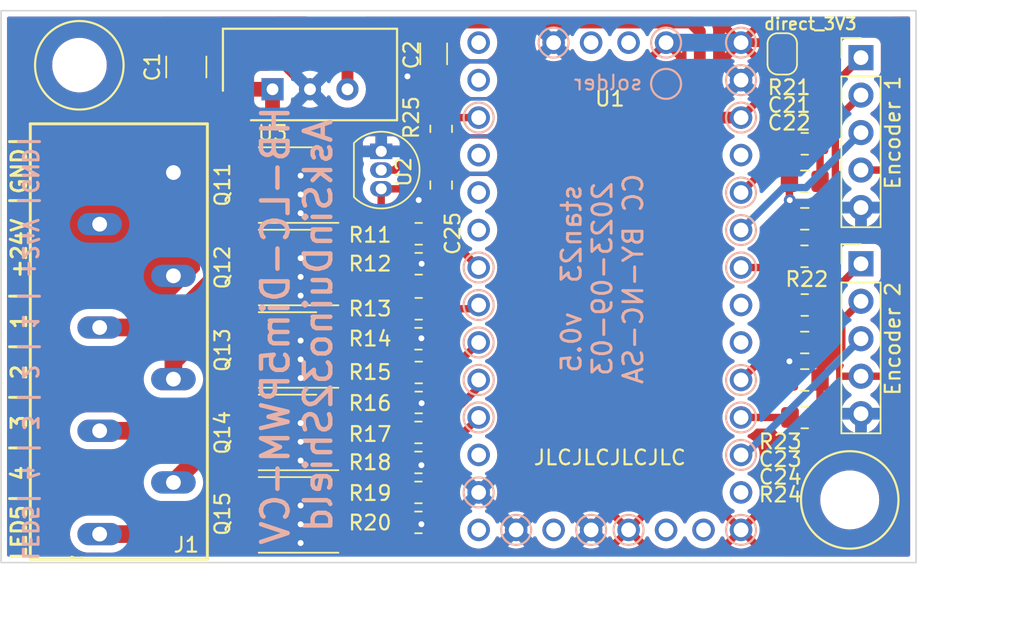
<source format=kicad_pcb>
(kicad_pcb (version 20221018) (generator pcbnew)
  (layers (0 "F.Cu" signal) (31 "B.Cu" signal) (34 "B.Paste" user) (35 "F.Paste" user) (36 "B.SilkS" user "B.Silkscreen") (37 "F.SilkS" user "F.Silkscreen") (38 "B.Mask" user) (39 "F.Mask" user) (44 "Edge.Cuts" user))
  (property "myDate" "2023-09-03")
  (property "myVersion" "0.5")
  (net 0 "")
  (net 6 "GND")
  (net 8 "/1WIRE")
  (net 9 "+3V3")
  (net 11 "Net-(J2-Pin_1)")
  (net 12 "Net-(J2-Pin_2)")
  (net 13 "/SW1")
  (net 14 "/LED1")
  (net 15 "Net-(Q11-G)")
  (net 16 "/LED2")
  (net 17 "Net-(Q12-G)")
  (net 18 "/LED3")
  (net 19 "Net-(Q13-G)")
  (net 20 "/LED4")
  (net 21 "Net-(Q14-G)")
  (net 22 "/PWM1")
  (net 23 "/PWM2")
  (net 24 "/PWM3")
  (net 25 "/PWM4")
  (net 26 "/CLK1")
  (net 27 "/DATA1")
  (net 28 "+24V")
  (net 29 "+5V")
  (net 30 "/SW2")
  (net 31 "/CLK2")
  (net 32 "/DATA2")
  (net 34 "Net-(J3-Pin_1)")
  (net 35 "Net-(J3-Pin_2)")
  (net 39 "/LED5")
  (net 42 "Net-(Q15-G)")
  (net 43 "/PWM5")
  (footprint "Capacitor_SMD:C_1210_3225Metric_Pad1.33x2.70mm_HandSolder" (layer "F.Cu") (at 107.95 59.817 90)
    (fp_text reference "C1" (at 0 -2.3 90) (layer "F.SilkS"))
    (fp_text value "10u 50V")
    (pad "1" smd roundrect (at -1.5625 0 90) (size 1.325 2.7) (layers "F.Cu" "F.Paste" "F.Mask") (roundrect_rratio 0.188679) (net 28 "+24V"))
    (pad "2" smd roundrect (at 1.5625 0 90) (size 1.325 2.7) (layers "F.Cu" "F.Paste" "F.Mask") (roundrect_rratio 0.188679) (net 6 "GND"))
  )
  (footprint "Capacitor_SMD:C_0805_2012Metric_Pad1.18x1.45mm_HandSolder" (layer "F.Cu") (at 149.86 78.486 180)
    (fp_text reference "C23" (at 1.66 -7.914) (layer "F.SilkS"))
    (fp_text value "100n")
    (pad "1" smd roundrect (at -1.0375 0 180) (size 1.175 1.45) (layers "F.Cu" "F.Paste" "F.Mask") (roundrect_rratio 0.2127659574) (net 34 "Net-(J3-Pin_1)"))
    (pad "2" smd roundrect (at 1.0375 0 180) (size 1.175 1.45) (layers "F.Cu" "F.Paste" "F.Mask") (roundrect_rratio 0.2127659574) (net 6 "GND"))
  )
  (footprint "Capacitor_SMD:C_0805_2012Metric_Pad1.18x1.45mm_HandSolder" (layer "F.Cu") (at 149.86 81.026 180)
    (fp_text reference "C24" (at 1.66 -6.574) (layer "F.SilkS"))
    (fp_text value "100n")
    (pad "1" smd roundrect (at -1.0375 0 180) (size 1.175 1.45) (layers "F.Cu" "F.Paste" "F.Mask") (roundrect_rratio 0.2127659574) (net 35 "Net-(J3-Pin_2)"))
    (pad "2" smd roundrect (at 1.0375 0 180) (size 1.175 1.45) (layers "F.Cu" "F.Paste" "F.Mask") (roundrect_rratio 0.2127659574) (net 6 "GND"))
  )
  (footprint "Package_TO_SOT_THT:TO-92_Inline" (layer "F.Cu") (at 121.158 65.532 -90)
    (fp_text reference "U2" (at 1.397 -1.524 -90) (layer "F.SilkS"))
    (fp_text value "DS18B20")
    (pad "1" thru_hole rect (at 0 0 270) (size 1.05 1.5) (drill 0.75) (layers "*.Cu" "*.Mask") (net 6 "GND"))
    (pad "2" thru_hole oval (at 1.27 0 270) (size 1.05 1.5) (drill 0.75) (layers "*.Cu" "*.Mask") (net 8 "/1WIRE"))
    (pad "3" thru_hole oval (at 2.54 0 270) (size 1.05 1.5) (drill 0.75) (layers "*.Cu" "*.Mask") (net 9 "+3V3"))
  )
  (footprint "MountingHole:MountingHole_3.5mm" (layer "F.Cu") (at 152.908 89.154)
    (fp_text reference "H2" hide)
    (fp_text value "MountingHole")
    (pad "" np_thru_hole circle (at 0 0) (size 3.5 3.5) (drill 3.5) (layers "*.Cu" "*.Mask"))
  )
  (footprint "Package_SO:SOIC-8_3.9x4.9mm_P1.27mm" (layer "F.Cu") (at 114.808 73.406 180)
    (fp_text reference "Q12" (at 4.408 0.006 90) (layer "F.SilkS"))
    (fp_text value "IRF8788PbF")
    (pad "1" smd roundrect (at -2.475 -1.905 180) (size 1.95 0.6) (layers "F.Cu" "F.Paste" "F.Mask") (net 6 "GND"))
    (pad "2" smd roundrect (at -2.475 -0.635 180) (size 1.95 0.6) (layers "F.Cu" "F.Paste" "F.Mask") (net 6 "GND"))
    (pad "3" smd roundrect (at -2.475 0.635 180) (size 1.95 0.6) (layers "F.Cu" "F.Paste" "F.Mask") (net 6 "GND"))
    (pad "4" smd roundrect (at -2.475 1.905 180) (size 1.95 0.6) (layers "F.Cu" "F.Paste" "F.Mask") (net 17 "Net-(Q12-G)"))
    (pad "5" smd roundrect (at 2.475 1.905 180) (size 1.95 0.6) (layers "F.Cu" "F.Paste" "F.Mask") (net 16 "/LED2"))
    (pad "6" smd roundrect (at 2.475 0.635 180) (size 1.95 0.6) (layers "F.Cu" "F.Paste" "F.Mask") (net 16 "/LED2"))
    (pad "7" smd roundrect (at 2.475 -0.635 180) (size 1.95 0.6) (layers "F.Cu" "F.Paste" "F.Mask") (net 16 "/LED2"))
    (pad "8" smd roundrect (at 2.475 -1.905 180) (size 1.95 0.6) (layers "F.Cu" "F.Paste" "F.Mask") (net 16 "/LED2"))
  )
  (footprint "Resistor_SMD:R_0805_2012Metric_Pad1.20x1.40mm_HandSolder" (layer "F.Cu") (at 149.86 83.566 180)
    (fp_text reference "R24" (at 1.66 -5.234) (layer "F.SilkS"))
    (fp_text value "10k")
    (pad "1" smd roundrect (at -1 0 180) (size 1.2 1.4) (layers "F.Cu" "F.Paste" "F.Mask") (roundrect_rratio 0.2083333333) (net 35 "Net-(J3-Pin_2)"))
    (pad "2" smd roundrect (at 1 0 180) (size 1.2 1.4) (layers "F.Cu" "F.Paste" "F.Mask") (roundrect_rratio 0.2083333333) (net 32 "/DATA2"))
  )
  (footprint "Capacitor_SMD:C_0805_2012Metric_Pad1.18x1.45mm_HandSolder" (layer "F.Cu") (at 149.86 67.564 180)
    (fp_text reference "C21" (at 1.06 5.164 180) (layer "F.SilkS"))
    (fp_text value "100n")
    (pad "1" smd roundrect (at -1.0375 0 180) (size 1.175 1.45) (layers "F.Cu" "F.Paste" "F.Mask") (roundrect_rratio 0.2127659574) (net 11 "Net-(J2-Pin_1)"))
    (pad "2" smd roundrect (at 1.0375 0 180) (size 1.175 1.45) (layers "F.Cu" "F.Paste" "F.Mask") (roundrect_rratio 0.2127659574) (net 6 "GND"))
  )
  (footprint "Capacitor_SMD:C_1206_3216Metric_Pad1.33x1.80mm_HandSolder" (layer "F.Cu") (at 124.714 58.928 -90)
    (fp_text reference "C2" (at 0.072 1.514 90) (layer "F.SilkS"))
    (fp_text value "22u 10V")
    (pad "1" smd roundrect (at -1.5625 0 270) (size 1.325 1.8) (layers "F.Cu" "F.Paste" "F.Mask") (roundrect_rratio 0.1886792453) (net 29 "+5V"))
    (pad "2" smd roundrect (at 1.5625 0 270) (size 1.325 1.8) (layers "F.Cu" "F.Paste" "F.Mask") (roundrect_rratio 0.1886792453) (net 6 "GND"))
  )
  (footprint "MountingHole:MountingHole_3.2mm_M3" (layer "F.Cu") (at 100.711 59.69)
    (fp_text reference "H1" hide)
    (fp_text value "MountingHole")
    (pad "" np_thru_hole circle (at 0 0) (size 3.2 3.2) (drill 3.2) (layers "*.Cu" "*.Mask"))
  )
  (footprint "Resistor_SMD:R_0805_2012Metric_Pad1.20x1.40mm_HandSolder" (layer "F.Cu") (at 123.698 76.2 180)
    (fp_text reference "R13" (at 3.298 0) (layer "F.SilkS"))
    (fp_text value "100R")
    (pad "1" smd roundrect (at -1 0 180) (size 1.2 1.4) (layers "F.Cu" "F.Paste" "F.Mask") (roundrect_rratio 0.2083333333) (net 23 "/PWM2"))
    (pad "2" smd roundrect (at 1 0 180) (size 1.2 1.4) (layers "F.Cu" "F.Paste" "F.Mask") (roundrect_rratio 0.2083333333) (net 17 "Net-(Q12-G)"))
  )
  (footprint "Resistor_SMD:R_0805_2012Metric_Pad1.20x1.40mm_HandSolder" (layer "F.Cu") (at 123.682 84.582 180)
    (fp_text reference "R17" (at 3.282 -0.118) (layer "F.SilkS"))
    (fp_text value "100R")
    (pad "1" smd roundrect (at -1 0 180) (size 1.2 1.4) (layers "F.Cu" "F.Paste" "F.Mask") (roundrect_rratio 0.2083333333) (net 25 "/PWM4"))
    (pad "2" smd roundrect (at 1 0 180) (size 1.2 1.4) (layers "F.Cu" "F.Paste" "F.Mask") (roundrect_rratio 0.2083333333) (net 21 "Net-(Q14-G)"))
  )
  (footprint "Package_SO:SOIC-8_3.9x4.9mm_P1.27mm" (layer "F.Cu") (at 114.808 84.582 180)
    (fp_text reference "Q14" (at 4.408 -0.018 90) (layer "F.SilkS"))
    (fp_text value "IRF8788PbF")
    (pad "1" smd roundrect (at -2.475 -1.905 180) (size 1.95 0.6) (layers "F.Cu" "F.Paste" "F.Mask") (net 6 "GND"))
    (pad "2" smd roundrect (at -2.475 -0.635 180) (size 1.95 0.6) (layers "F.Cu" "F.Paste" "F.Mask") (net 6 "GND"))
    (pad "3" smd roundrect (at -2.475 0.635 180) (size 1.95 0.6) (layers "F.Cu" "F.Paste" "F.Mask") (net 6 "GND"))
    (pad "4" smd roundrect (at -2.475 1.905 180) (size 1.95 0.6) (layers "F.Cu" "F.Paste" "F.Mask") (net 21 "Net-(Q14-G)"))
    (pad "5" smd roundrect (at 2.475 1.905 180) (size 1.95 0.6) (layers "F.Cu" "F.Paste" "F.Mask") (net 20 "/LED4"))
    (pad "6" smd roundrect (at 2.475 0.635 180) (size 1.95 0.6) (layers "F.Cu" "F.Paste" "F.Mask") (net 20 "/LED4"))
    (pad "7" smd roundrect (at 2.475 -0.635 180) (size 1.95 0.6) (layers "F.Cu" "F.Paste" "F.Mask") (net 20 "/LED4"))
    (pad "8" smd roundrect (at 2.475 -1.905 180) (size 1.95 0.6) (layers "F.Cu" "F.Paste" "F.Mask") (net 20 "/LED4"))
  )
  (footprint "Jumper:SolderJumper-2_P1.3mm_Open_RoundedPad1.0x1.5mm" (layer "F.Cu") (at 148.336 58.928 90)
    (fp_text reference "JP1" hide)
    (fp_text value "direct_3V3" (at 2.032 1.905 180) (layer "F.SilkS") (effects (font (size 0.8 0.8) (thickness 0.15) bold)))
    (pad "1" smd custom (at -0.65 0 90) (size 1 0.5) (layers "F.Cu" "F.Mask") (net 29 "+5V") (options (clearance outline) (anchor rect)) (primitives (gr_circle (center 0 0.25) (end 0.5 0.25) (width 0) (fill yes)) (gr_circle (center 0 -0.25) (end 0.5 -0.25) (width 0) (fill yes)) (gr_poly (pts (xy 0.5 0.75) (xy 0 0.75) (xy 0 -0.75) (xy 0.5 -0.75)) (width 0) (fill yes))))
    (pad "2" smd custom (at 0.65 0 90) (size 1 0.5) (layers "F.Cu" "F.Mask") (net 9 "+3V3") (options (clearance outline) (anchor rect)) (primitives (gr_circle (center 0 0.25) (end 0.5 0.25) (width 0) (fill yes)) (gr_circle (center 0 -0.25) (end 0.5 -0.25) (width 0) (fill yes)) (gr_poly (pts (xy 0 0.75) (xy -0.5 0.75) (xy -0.5 -0.75) (xy 0 -0.75)) (width 0) (fill yes))))
  )
  (footprint "Resistor_SMD:R_0805_2012Metric_Pad1.20x1.40mm_HandSolder" (layer "F.Cu") (at 123.682 90.678 180)
    (fp_text reference "R20" (at 3.282 -0.022) (layer "F.SilkS"))
    (fp_text value "100k")
    (pad "1" smd roundrect (at -1 0 180) (size 1.2 1.4) (layers "F.Cu" "F.Paste" "F.Mask") (roundrect_rratio 0.208333) (net 6 "GND"))
    (pad "2" smd roundrect (at 1 0 180) (size 1.2 1.4) (layers "F.Cu" "F.Paste" "F.Mask") (roundrect_rratio 0.208333) (net 42 "Net-(Q15-G)"))
  )
  (footprint "Connector_PinHeader_2.54mm:PinHeader_1x05_P2.54mm_Vertical" (layer "F.Cu") (at 153.67 59.182)
    (fp_text reference "J2" hide)
    (fp_text value "Encoder 1" (at 2.159 5.08 90) (layer "F.SilkS"))
    (pad "1" thru_hole rect (at 0 0) (size 1.7 1.7) (drill 1) (layers "*.Cu" "*.Mask") (net 11 "Net-(J2-Pin_1)"))
    (pad "2" thru_hole oval (at 0 2.54) (size 1.7 1.7) (drill 1) (layers "*.Cu" "*.Mask") (net 12 "Net-(J2-Pin_2)"))
    (pad "3" thru_hole oval (at 0 5.08) (size 1.7 1.7) (drill 1) (layers "*.Cu" "*.Mask") (net 13 "/SW1"))
    (pad "4" thru_hole oval (at 0 7.62) (size 1.7 1.7) (drill 1) (layers "*.Cu" "*.Mask") (net 9 "+3V3"))
    (pad "5" thru_hole oval (at 0 10.16) (size 1.7 1.7) (drill 1) (layers "*.Cu" "*.Mask") (net 6 "GND"))
  )
  (footprint "Resistor_SMD:R_0805_2012Metric_Pad1.20x1.40mm_HandSolder" (layer "F.Cu") (at 149.86 75.946 180)
    (fp_text reference "R23" (at 1.66 -9.254) (layer "F.SilkS"))
    (fp_text value "10k")
    (pad "1" smd roundrect (at -1 0 180) (size 1.2 1.4) (layers "F.Cu" "F.Paste" "F.Mask") (roundrect_rratio 0.2083333333) (net 34 "Net-(J3-Pin_1)"))
    (pad "2" smd roundrect (at 1 0 180) (size 1.2 1.4) (layers "F.Cu" "F.Paste" "F.Mask") (roundrect_rratio 0.2083333333) (net 31 "/CLK2"))
  )
  (footprint "Package_SO:SOIC-8_3.9x4.9mm_P1.27mm" (layer "F.Cu") (at 114.808 67.818 180)
    (fp_text reference "Q11" (at 4.408 0.018 90) (layer "F.SilkS"))
    (fp_text value "IRF8788PbF")
    (pad "1" smd roundrect (at -2.475 -1.905 180) (size 1.95 0.6) (layers "F.Cu" "F.Paste" "F.Mask") (net 6 "GND"))
    (pad "2" smd roundrect (at -2.475 -0.635 180) (size 1.95 0.6) (layers "F.Cu" "F.Paste" "F.Mask") (net 6 "GND"))
    (pad "3" smd roundrect (at -2.475 0.635 180) (size 1.95 0.6) (layers "F.Cu" "F.Paste" "F.Mask") (net 6 "GND"))
    (pad "4" smd roundrect (at -2.475 1.905 180) (size 1.95 0.6) (layers "F.Cu" "F.Paste" "F.Mask") (net 15 "Net-(Q11-G)"))
    (pad "5" smd roundrect (at 2.475 1.905 180) (size 1.95 0.6) (layers "F.Cu" "F.Paste" "F.Mask") (net 14 "/LED1"))
    (pad "6" smd roundrect (at 2.475 0.635 180) (size 1.95 0.6) (layers "F.Cu" "F.Paste" "F.Mask") (net 14 "/LED1"))
    (pad "7" smd roundrect (at 2.475 -0.635 180) (size 1.95 0.6) (layers "F.Cu" "F.Paste" "F.Mask") (net 14 "/LED1"))
    (pad "8" smd roundrect (at 2.475 -1.905 180) (size 1.95 0.6) (layers "F.Cu" "F.Paste" "F.Mask") (net 14 "/LED1"))
  )
  (footprint "Resistor_SMD:R_0805_2012Metric_Pad1.20x1.40mm_HandSolder" (layer "F.Cu") (at 149.86 65.024 180)
    (fp_text reference "R21" (at 1.06 3.824 180) (layer "F.SilkS"))
    (fp_text value "10k")
    (pad "1" smd roundrect (at -1 0 180) (size 1.2 1.4) (layers "F.Cu" "F.Paste" "F.Mask") (roundrect_rratio 0.2083333333) (net 11 "Net-(J2-Pin_1)"))
    (pad "2" smd roundrect (at 1 0 180) (size 1.2 1.4) (layers "F.Cu" "F.Paste" "F.Mask") (roundrect_rratio 0.2083333333) (net 26 "/CLK1"))
  )
  (footprint "Capacitor_SMD:C_0805_2012Metric_Pad1.18x1.45mm_HandSolder" (layer "F.Cu") (at 149.86 70.104 180)
    (fp_text reference "C22" (at 1.06 6.504 180) (layer "F.SilkS"))
    (fp_text value "100n")
    (pad "1" smd roundrect (at -1.0375 0 180) (size 1.175 1.45) (layers "F.Cu" "F.Paste" "F.Mask") (roundrect_rratio 0.2127659574) (net 12 "Net-(J2-Pin_2)"))
    (pad "2" smd roundrect (at 1.0375 0 180) (size 1.175 1.45) (layers "F.Cu" "F.Paste" "F.Mask") (roundrect_rratio 0.2127659574) (net 6 "GND"))
  )
  (footprint "Resistor_SMD:R_0805_2012Metric_Pad1.20x1.40mm_HandSolder" (layer "F.Cu") (at 123.698 73.152 180)
    (fp_text reference "R12" (at 3.298 0) (layer "F.SilkS"))
    (fp_text value "100k")
    (pad "1" smd roundrect (at -1 0 180) (size 1.2 1.4) (layers "F.Cu" "F.Paste" "F.Mask") (roundrect_rratio 0.2083333333) (net 6 "GND"))
    (pad "2" smd roundrect (at 1 0 180) (size 1.2 1.4) (layers "F.Cu" "F.Paste" "F.Mask") (roundrect_rratio 0.2083333333) (net 15 "Net-(Q11-G)"))
  )
  (footprint "Resistor_SMD:R_0805_2012Metric_Pad1.20x1.40mm_HandSolder" (layer "F.Cu") (at 123.698 80.518 180)
    (fp_text reference "R15" (at 3.298 0.018) (layer "F.SilkS"))
    (fp_text value "100R")
    (pad "1" smd roundrect (at -1 0 180) (size 1.2 1.4) (layers "F.Cu" "F.Paste" "F.Mask") (roundrect_rratio 0.2083333333) (net 24 "/PWM3"))
    (pad "2" smd roundrect (at 1 0 180) (size 1.2 1.4) (layers "F.Cu" "F.Paste" "F.Mask") (roundrect_rratio 0.2083333333) (net 19 "Net-(Q13-G)"))
  )
  (footprint "myPowerModules:SIP3_11.6x6.0mm" (layer "F.Cu") (at 113.792 61.325)
    (fp_text reference "U3" (at 0.008 2.975) (layer "F.SilkS"))
    (fp_text value "LC78_05-0.5")
    (pad "1" thru_hole rect (at 0 0) (size 1.5 1.5) (drill 0.8) (layers "*.Cu" "*.Mask") (net 28 "+24V"))
    (pad "2" thru_hole circle (at 2.54 0 180) (size 1.5 1.5) (drill 0.8) (layers "*.Cu" "*.Mask") (net 6 "GND"))
    (pad "3" thru_hole circle (at 5.08 0 270) (size 1.5 1.5) (drill 0.8) (layers "*.Cu" "*.Mask") (net 29 "+5V"))
  )
  (footprint "Resistor_SMD:R_0805_2012Metric_Pad1.20x1.40mm_HandSolder" (layer "F.Cu") (at 123.682 86.614 180)
    (fp_text reference "R18" (at 3.282 0) (layer "F.SilkS"))
    (fp_text value "100k")
    (pad "1" smd roundrect (at -1 0 180) (size 1.2 1.4) (layers "F.Cu" "F.Paste" "F.Mask") (roundrect_rratio 0.2083333333) (net 6 "GND"))
    (pad "2" smd roundrect (at 1 0 180) (size 1.2 1.4) (layers "F.Cu" "F.Paste" "F.Mask") (roundrect_rratio 0.2083333333) (net 21 "Net-(Q14-G)"))
  )
  (footprint "Resistor_SMD:R_0805_2012Metric_Pad1.20x1.40mm_HandSolder" (layer "F.Cu") (at 123.698 71.12 180)
    (fp_text reference "R11" (at 3.298 -0.08) (layer "F.SilkS"))
    (fp_text value "100R")
    (pad "1" smd roundrect (at -1 0 180) (size 1.2 1.4) (layers "F.Cu" "F.Paste" "F.Mask") (roundrect_rratio 0.2083333333) (net 22 "/PWM1"))
    (pad "2" smd roundrect (at 1 0 180) (size 1.2 1.4) (layers "F.Cu" "F.Paste" "F.Mask") (roundrect_rratio 0.2083333333) (net 15 "Net-(Q11-G)"))
  )
  (footprint "Wago-P-250:P-250-208" (layer "F.Cu") (at 103.378 78.42 180)
    (fp_text reference "J1" (at -4.572 -13.782) (layer "F.SilkS"))
    (fp_text value "power+LED")
    (pad "1" thru_hole oval (at 1.3 -13.05 180) (size 3.016 1.508) (drill 1) (layers "*.Cu" "*.Mask") (net 39 "/LED5"))
    (pad "2" thru_hole oval (at -3.7 -9.55 180) (size 3.016 1.508) (drill 1) (layers "*.Cu" "*.Mask") (net 20 "/LED4"))
    (pad "3" thru_hole oval (at 1.3 -6.05 180) (size 3.016 1.508) (drill 1) (layers "*.Cu" "*.Mask") (net 18 "/LED3"))
    (pad "4" thru_hole oval (at -3.7 -2.55 180) (size 3.016 1.508) (drill 1) (layers "*.Cu" "*.Mask") (net 16 "/LED2"))
    (pad "5" thru_hole oval (at 1.3 0.95 180) (size 3.016 1.508) (drill 1) (layers "*.Cu" "*.Mask") (net 14 "/LED1"))
    (pad "6" thru_hole oval (at -3.7 4.45 180) (size 3.016 1.508) (drill 1) (layers "*.Cu" "*.Mask") (net 28 "+24V"))
    (pad "7" thru_hole oval (at 1.3 7.95 180) (size 3.016 1.508) (drill 1) (layers "*.Cu" "*.Mask") (net 28 "+24V"))
    (pad "8" thru_hole oval (at -3.7 11.45 180) (size 3.016 1.508) (drill 1) (layers "*.Cu" "*.Mask") (net 6 "GND"))
  )
  (footprint "Resistor_SMD:R_0805_2012Metric_Pad1.20x1.40mm_HandSolder" (layer "F.Cu") (at 123.682 88.646 180)
    (fp_text reference "R19" (at 3.282 -0.054) (layer "F.SilkS"))
    (fp_text value "100R")
    (pad "1" smd roundrect (at -1 0 180) (size 1.2 1.4) (layers "F.Cu" "F.Paste" "F.Mask") (roundrect_rratio 0.208333) (net 43 "/PWM5"))
    (pad "2" smd roundrect (at 1 0 180) (size 1.2 1.4) (layers "F.Cu" "F.Paste" "F.Mask") (roundrect_rratio 0.208333) (net 42 "Net-(Q15-G)"))
  )
  (footprint "Package_SO:SOIC-8_3.9x4.9mm_P1.27mm" (layer "F.Cu") (at 114.808 78.994 180)
    (fp_text reference "Q13" (at 4.408 -0.006 90) (layer "F.SilkS"))
    (fp_text value "IRF8788PbF")
    (pad "1" smd roundrect (at -2.475 -1.905 180) (size 1.95 0.6) (layers "F.Cu" "F.Paste" "F.Mask") (net 6 "GND"))
    (pad "2" smd roundrect (at -2.475 -0.635 180) (size 1.95 0.6) (layers "F.Cu" "F.Paste" "F.Mask") (net 6 "GND"))
    (pad "3" smd roundrect (at -2.475 0.635 180) (size 1.95 0.6) (layers "F.Cu" "F.Paste" "F.Mask") (net 6 "GND"))
    (pad "4" smd roundrect (at -2.475 1.905 180) (size 1.95 0.6) (layers "F.Cu" "F.Paste" "F.Mask") (net 19 "Net-(Q13-G)"))
    (pad "5" smd roundrect (at 2.475 1.905 180) (size 1.95 0.6) (layers "F.Cu" "F.Paste" "F.Mask") (net 18 "/LED3"))
    (pad "6" smd roundrect (at 2.475 0.635 180) (size 1.95 0.6) (layers "F.Cu" "F.Paste" "F.Mask") (net 18 "/LED3"))
    (pad "7" smd roundrect (at 2.475 -0.635 180) (size 1.95 0.6) (layers "F.Cu" "F.Paste" "F.Mask") (net 18 "/LED3"))
    (pad "8" smd roundrect (at 2.475 -1.905 180) (size 1.95 0.6) (layers "F.Cu" "F.Paste" "F.Mask") (net 18 "/LED3"))
  )
  (footprint "myRadioModules:AskSinDuino32" (layer "F.Cu") (at 136.652 74.676)
    (fp_text reference "U1" (at 0 -12.7 unlocked) (layer "F.SilkS"))
    (fp_text value "AskSinDuino32")
    (pad "3V3" thru_hole circle (at 1.27 16.51) (size 1.524 1.524) (drill 1) (layers "*.Cu" "*.Mask") (net 9 "+3V3"))
    (pad "3V3" thru_hole circle (at 3.81 -16.51) (size 1.524 1.524) (drill 1) (layers "*.Cu" "*.Mask") (net 9 "+3V3"))
    (pad "3V3" thru_hole circle (at 8.89 -16.51) (size 1.524 1.524) (drill 1) (layers "*.Cu" "*.Mask") (net 9 "+3V3"))
    (pad "3V3" thru_hole circle (at 8.89 16.51) (size 1.524 1.524) (drill 1) (layers "*.Cu" "*.Mask") (net 9 "+3V3"))
    (pad "E2" thru_hole circle (at 8.89 13.97) (size 1.524 1.524) (drill 1) (layers "*.Cu" "*.Mask"))
    (pad "E3" thru_hole circle (at 8.89 11.43) (size 1.524 1.524) (drill 1) (layers "*.Cu" "*.Mask") (net 30 "/SW2"))
    (pad "E4" thru_hole circle (at 8.89 8.89) (size 1.524 1.524) (drill 1) (layers "*.Cu" "*.Mask") (net 32 "/DATA2"))
    (pad "E5" thru_hole circle (at 8.89 6.35) (size 1.524 1.524) (drill 1) (layers "*.Cu" "*.Mask") (net 31 "/CLK2"))
    (pad "E6" thru_hole circle (at 8.89 3.81) (size 1.524 1.524) (drill 1) (layers "*.Cu" "*.Mask"))
    (pad "E7" thru_hole circle (at 8.89 1.27) (size 1.524 1.524) (drill 1) (layers "*.Cu" "*.Mask"))
    (pad "E8" thru_hole circle (at 8.89 -1.27) (size 1.524 1.524) (drill 1) (layers "*.Cu" "*.Mask") (net 27 "/DATA1"))
    (pad "E9" thru_hole circle (at 8.89 -3.81) (size 1.524 1.524) (drill 1) (layers "*.Cu" "*.Mask") (net 13 "/SW1"))
    (pad "E10" thru_hole circle (at 8.89 -6.35) (size 1.524 1.524) (drill 1) (layers "*.Cu" "*.Mask") (net 26 "/CLK1"))
    (pad "E11" thru_hole circle (at 8.89 -8.89) (size 1.524 1.524) (drill 1) (layers "*.Cu" "*.Mask"))
    (pad "E12" thru_hole circle (at 8.89 -11.43) (size 1.524 1.524) (drill 1) (layers "*.Cu" "*.Mask") (net 29 "+5V"))
    (pad "GND" thru_hole circle (at -6.35 16.51) (size 1.524 1.524) (drill 1) (layers "*.Cu" "*.Mask") (net 6 "GND"))
    (pad "GND" thru_hole circle (at -3.81 -16.51) (size 1.524 1.524) (drill 1) (layers "*.Cu" "*.Mask") (net 6 "GND"))
    (pad "GND" thru_hole circle (at -1.27 16.51) (size 1.524 1.524) (drill 1) (layers "*.Cu" "*.Mask") (net 6 "GND"))
    (pad "GND" thru_hole circle (at 8.89 -13.97) (size 1.524 1.524) (drill 1) (layers "*.Cu" "*.Mask") (net 6 "GND"))
    (pad "N2" thru_hole circle (at -1.27 -16.51) (size 1.524 1.524) (drill 1) (layers "*.Cu" "*.Mask"))
    (pad "N3" thru_hole circle (at 1.27 -16.51) (size 1.524 1.524) (drill 1) (layers "*.Cu" "*.Mask"))
    (pad "S2" thru_hole circle (at -3.81 16.51) (size 1.524 1.524) (drill 1) (layers "*.Cu" "*.Mask"))
    (pad "S5" thru_hole circle (at 3.81 16.51) (size 1.524 1.524) (drill 1) (layers "*.Cu" "*.Mask"))
    (pad "S6" thru_hole circle (at 6.35 16.51) (size 1.524 1.524) (drill 1) (layers "*.Cu" "*.Mask"))
    (pad "W1" thru_hole circle (at -8.89 16.51) (size 1.524 1.524) (drill 1) (layers "*.Cu" "*.Mask"))
    (pad "W2" thru_hole circle (at -8.89 13.97) (size 1.524 1.524) (drill 1) (layers "*.Cu" "*.Mask") (net 6 "GND"))
    (pad "W3" thru_hole circle (at -8.89 11.43) (size 1.524 1.524) (drill 1) (layers "*.Cu" "*.Mask"))
    (pad "W4" thru_hole circle (at -8.89 8.89) (size 1.524 1.524) (drill 1) (layers "*.Cu" "*.Mask") (net 43 "/PWM5"))
    (pad "W5" thru_hole circle (at -8.89 6.35) (size 1.524 1.524) (drill 1) (layers "*.Cu" "*.Mask") (net 25 "/PWM4"))
    (pad "W6" thru_hole circle (at -8.89 3.81) (size 1.524 1.524) (drill 1) (layers "*.Cu" "*.Mask") (net 24 "/PWM3"))
    (pad "W7" thru_hole circle (at -8.89 1.27) (size 1.524 1.524) (drill 1) (layers "*.Cu" "*.Mask") (net 23 "/PWM2"))
    (pad "W8" thru_hole circle (at -8.89 -1.27) (size 1.524 1.524) (drill 1) (layers "*.Cu" "*.Mask") (net 22 "/PWM1"))
    (pad "W9" thru_hole circle (at -8.89 -3.81) (size 1.524 1.524) (drill 1) (layers "*.Cu" "*.Mask"))
    (pad "W10" thru_hole circle (at -8.89 -6.35) (size 1.524 1.524) (drill 1) (layers "*.Cu" "*.Mask"))
    (pad "W11" thru_hole circle (at -8.89 -8.89) (size 1.524 1.524) (drill 1) (layers "*.Cu" "*.Mask"))
    (pad "W12" thru_hole circle (at -8.89 -11.43) (size 1.524 1.524) (drill 1) (layers "*.Cu" "*.Mask") (net 8 "/1WIRE"))
    (pad "W13" thru_hole circle (at -8.89 -13.97) (size 1.524 1.524) (drill 1) (layers "*.Cu" "*.Mask"))
    (pad "W14" thru_hole circle (at -8.89 -16.51) (size 1.524 1.524) (drill 1) (layers "*.Cu" "*.Mask"))
  )
  (footprint "Capacitor_SMD:C_0805_2012Metric_Pad1.18x1.45mm_HandSolder" (layer "F.Cu") (at 125.222 67.818 -90)
    (fp_text reference "C25" (at 3.282 -0.778 90) (layer "F.SilkS"))
    (fp_text value "100n")
    (pad "1" smd roundrect (at -1.0375 0 270) (size 1.175 1.45) (layers "F.Cu" "F.Paste" "F.Mask") (roundrect_rratio 0.2127659574) (net 9 "+3V3"))
    (pad "2" smd roundrect (at 1.0375 0 270) (size 1.175 1.45) (layers "F.Cu" "F.Paste" "F.Mask") (roundrect_rratio 0.2127659574) (net 6 "GND"))
  )
  (footprint "Package_SO:SOIC-8_3.9x4.9mm_P1.27mm" (layer "F.Cu") (at 114.808 90.17 180)
    (fp_text reference "Q15" (at 4.408 0.07 270) (layer "F.SilkS"))
    (fp_text value "IRF8788PbF")
    (pad "1" smd roundrect (at -2.475 -1.905 180) (size 1.95 0.6) (layers "F.Cu" "F.Paste" "F.Mask") (net 6 "GND"))
    (pad "2" smd roundrect (at -2.475 -0.635 180) (size 1.95 0.6) (layers "F.Cu" "F.Paste" "F.Mask") (net 6 "GND"))
    (pad "3" smd roundrect (at -2.475 0.635 180) (size 1.95 0.6) (layers "F.Cu" "F.Paste" "F.Mask") (net 6 "GND"))
    (pad "4" smd roundrect (at -2.475 1.905 180) (size 1.95 0.6) (layers "F.Cu" "F.Paste" "F.Mask") (net 42 "Net-(Q15-G)"))
    (pad "5" smd roundrect (at 2.475 1.905 180) (size 1.95 0.6) (layers "F.Cu" "F.Paste" "F.Mask") (net 39 "/LED5"))
    (pad "6" smd roundrect (at 2.475 0.635 180) (size 1.95 0.6) (layers "F.Cu" "F.Paste" "F.Mask") (net 39 "/LED5"))
    (pad "7" smd roundrect (at 2.475 -0.635 180) (size 1.95 0.6) (layers "F.Cu" "F.Paste" "F.Mask") (net 39 "/LED5"))
    (pad "8" smd roundrect (at 2.475 -1.905 180) (size 1.95 0.6) (layers "F.Cu" "F.Paste" "F.Mask") (net 39 "/LED5"))
  )
  (footprint "Resistor_SMD:R_0805_2012Metric_Pad1.20x1.40mm_HandSolder" (layer "F.Cu") (at 125.222 64.008 90)
    (fp_text reference "R25" (at 0.762 -2.022 90) (layer "F.SilkS"))
    (fp_text value "4k7")
    (pad "1" smd roundrect (at -1 0 90) (size 1.2 1.4) (layers "F.Cu" "F.Paste" "F.Mask") (roundrect_rratio 0.2083333333) (net 9 "+3V3"))
    (pad "2" smd roundrect (at 1 0 90) (size 1.2 1.4) (layers "F.Cu" "F.Paste" "F.Mask") (roundrect_rratio 0.2083333333) (net 8 "/1WIRE"))
  )
  (footprint "Resistor_SMD:R_0805_2012Metric_Pad1.20x1.40mm_HandSolder" (layer "F.Cu") (at 123.682 78.232 180)
    (fp_text reference "R14" (at 3.282 0) (layer "F.SilkS"))
    (fp_text value "100k")
    (pad "1" smd roundrect (at -1 0 180) (size 1.2 1.4) (layers "F.Cu" "F.Paste" "F.Mask") (roundrect_rratio 0.2083333333) (net 6 "GND"))
    (pad "2" smd roundrect (at 1 0 180) (size 1.2 1.4) (layers "F.Cu" "F.Paste" "F.Mask") (roundrect_rratio 0.2083333333) (net 17 "Net-(Q12-G)"))
  )
  (footprint "Resistor_SMD:R_0805_2012Metric_Pad1.20x1.40mm_HandSolder" (layer "F.Cu") (at 149.844 72.644 180)
    (fp_text reference "R22" (at -0.156 -1.556 180) (layer "F.SilkS"))
    (fp_text value "10k")
    (pad "1" smd roundrect (at -1 0 180) (size 1.2 1.4) (layers "F.Cu" "F.Paste" "F.Mask") (roundrect_rratio 0.2083333333) (net 12 "Net-(J2-Pin_2)"))
    (pad "2" smd roundrect (at 1 0 180) (size 1.2 1.4) (layers "F.Cu" "F.Paste" "F.Mask") (roundrect_rratio 0.2083333333) (net 27 "/DATA1"))
  )
  (footprint "Resistor_SMD:R_0805_2012Metric_Pad1.20x1.40mm_HandSolder" (layer "F.Cu") (at 123.698 82.55 180)
    (fp_text reference "R16" (at 3.298 -0.05) (layer "F.SilkS"))
    (fp_text value "100k")
    (pad "1" smd roundrect (at -1 0 180) (size 1.2 1.4) (layers "F.Cu" "F.Paste" "F.Mask") (roundrect_rratio 0.2083333333) (net 6 "GND"))
    (pad "2" smd roundrect (at 1 0 180) (size 1.2 1.4) (layers "F.Cu" "F.Paste" "F.Mask") (roundrect_rratio 0.2083333333) (net 19 "Net-(Q13-G)"))
  )
  (footprint "Connector_PinHeader_2.54mm:PinHeader_1x05_P2.54mm_Vertical" (layer "F.Cu") (at 153.67 73.152)
    (fp_text reference "J3" hide)
    (fp_text value "Encoder 2" (at 2.159 5.08 90) (layer "F.SilkS"))
    (pad "1" thru_hole rect (at 0 0) (size 1.7 1.7) (drill 1) (layers "*.Cu" "*.Mask") (net 34 "Net-(J3-Pin_1)"))
    (pad "2" thru_hole oval (at 0 2.54) (size 1.7 1.7) (drill 1) (layers "*.Cu" "*.Mask") (net 35 "Net-(J3-Pin_2)"))
    (pad "3" thru_hole oval (at 0 5.08) (size 1.7 1.7) (drill 1) (layers "*.Cu" "*.Mask") (net 30 "/SW2"))
    (pad "4" thru_hole oval (at 0 7.62) (size 1.7 1.7) (drill 1) (layers "*.Cu" "*.Mask") (net 9 "+3V3"))
    (pad "5" thru_hole oval (at 0 10.16) (size 1.7 1.7) (drill 1) (layers "*.Cu" "*.Mask") (net 6 "GND"))
  )
  (gr_circle (center 145.542 91.186) (end 145.542 90.17) (stroke (width 0.15)) (fill none) (layer "B.SilkS"))
  (gr_circle (center 140.462 60.96) (end 140.462 59.944) (stroke (width 0.15)) (fill none) (layer "B.SilkS"))
  (gr_circle (center 145.542 70.866) (end 145.542 69.85) (stroke (width 0.15)) (fill none) (layer "B.SilkS"))
  (gr_circle (center 127.762 75.946) (end 127.762 76.962) (stroke (width 0.15)) (fill none) (layer "B.SilkS"))
  (gr_circle (center 127.762 73.406) (end 127.762 72.39) (stroke (width 0.15)) (fill none) (layer "B.SilkS"))
  (gr_circle (center 127.762 83.566) (end 127.762 82.55) (stroke (width 0.15)) (fill none) (layer "B.SilkS"))
  (gr_circle (center 130.302 91.186) (end 131.318 91.186) (stroke (width 0.15)) (fill none) (layer "B.SilkS"))
  (gr_circle (center 132.842 58.166) (end 132.842 57.15) (stroke (width 0.15)) (fill none) (layer "B.SilkS"))
  (gr_circle (center 145.542 86.106) (end 145.542 85.09) (stroke (width 0.15)) (fill none) (layer "B.SilkS"))
  (gr_circle (center 145.542 63.246) (end 145.542 62.23) (stroke (width 0.15)) (fill none) (layer "B.SilkS"))
  (gr_circle (center 145.542 58.166) (end 145.542 57.15) (stroke (width 0.15)) (fill none) (layer "B.SilkS"))
  (gr_circle (center 127.762 88.646) (end 128.778 88.646) (stroke (width 0.15)) (fill none) (layer "B.SilkS"))
  (gr_circle (center 127.762 81.026) (end 127.889 80.01) (stroke (width 0.15)) (fill none) (layer "B.SilkS"))
  (gr_circle (center 135.382 91.186) (end 134.366 91.186) (stroke (width 0.15)) (fill none) (layer "B.SilkS"))
  (gr_circle (center 145.542 68.326) (end 145.542 67.31) (stroke (width 0.15)) (fill none) (layer "B.SilkS"))
  (gr_circle (center 145.542 81.026) (end 145.542 80.01) (stroke (width 0.15)) (fill none) (layer "B.SilkS"))
  (gr_circle (center 137.922 91.186) (end 138.938 91.186) (stroke (width 0.15)) (fill none) (layer "B.SilkS"))
  (gr_circle (center 145.542 83.566) (end 145.542 82.55) (stroke (width 0.15)) (fill none) (layer "B.SilkS"))
  (gr_circle (center 127.762 78.486) (end 127.762 77.47) (stroke (width 0.15)) (fill none) (layer "B.SilkS"))
  (gr_circle (center 145.542 73.406) (end 145.542 72.39) (stroke (width 0.15)) (fill none) (layer "B.SilkS"))
  (gr_circle (center 127.762 63.246) (end 127.762 64.262) (stroke (width 0.15)) (fill none) (layer "B.SilkS"))
  (gr_circle (center 140.462 58.166) (end 140.462 57.15) (stroke (width 0.15)) (fill none) (layer "B.SilkS"))
  (gr_circle (center 145.542 60.706) (end 145.542 59.69) (stroke (width 0.15)) (fill none) (layer "B.SilkS"))
  (gr_circle (center 100.7 59.7) (end 100.7 62.7) (stroke (width 0.15)) (fill none) (layer "F.SilkS"))
  (gr_circle (center 152.908 89.154) (end 152.908 85.852) (stroke (width 0.15)) (fill none) (layer "F.SilkS"))
  (gr_line (start 157.4 56) (end 95.4 56) (stroke (width 0.1)) (layer "Edge.Cuts"))
  (gr_line (start 95.4 56) (end 95.4 93.4) (stroke (width 0.1)) (layer "Edge.Cuts"))
  (gr_line (start 157.4 93.4) (end 157.4 56) (stroke (width 0.1)) (layer "Edge.Cuts"))
  (gr_line (start 95.4 93.4) (end 157.4 93.4) (stroke (width 0.1)) (layer "Edge.Cuts"))
  (gr_text "stan23  v${myVersion}\n${myDate}\nCC BY-NC-SA" (at 136.144 74.168 90) (layer "B.SilkS") (effects (font (size 1.3 1.3) (thickness 0.2)) (justify mirror)))
  (gr_text "solder" (at 138.938 61.468) (layer "B.SilkS") (effects (font (size 1 1)) (justify left bottom mirror)))
  (gr_text "HB-LC-Dim5PWM-CV\nAskSinDuino32Shield" (at 115.443 77.343 90) (layer "B.SilkS") (effects (font (size 1.8 1.8) (thickness 0.3)) (justify mirror)))
  (gr_text "LED5| 4 | 3 | 2 | 1 | +24V |GND|" (at 96.774 78.8 -90) (layer "B.SilkS") (effects (font (size 1 1) (thickness 0.2) bold) (justify bottom mirror)))
  (gr_text "JLCJLCJLCJLC" (at 136.652 86.868) (layer "F.SilkS") (effects (font (size 1 1)) (justify bottom)))
  (gr_text "LED5| 4 | 3 | 2 | 1 | +24V |GND|" (at 97.2 78.8 90) (layer "F.SilkS") (effects (font (size 1 1) (thickness 0.2) bold) (justify bottom)))
  (segment (start 117.283 90.805) (end 115.697 90.805) (width 1.2) (layer "F.Cu") (net 6))
  (segment (start 123.7195 68.8555) (end 123.698 68.834) (width 0.5) (layer "F.Cu") (net 6))
  (segment (start 117.283 86.487) (end 115.697 86.487) (width 1.2) (layer "F.Cu") (net 6))
  (segment (start 117.283 75.311) (end 115.697 75.311) (width 1.2) (layer "F.Cu") (net 6))
  (segment (start 123.9135 78.232) (end 123.8815 78.2) (width 0.5) (layer "F.Cu") (net 6))
  (segment (start 117.283 69.723) (end 115.697 69.723) (width 1.2) (layer "F.Cu") (net 6))
  (segment (start 124.682 86.614) (end 124.0675 86.614) (width 0.5) (layer "F.Cu") (net 6))
  (segment (start 117.283 85.217) (end 115.697 85.217) (width 1.2) (layer "F.Cu") (net 6))
  (segment (start 124.682 90.678) (end 124.0035 90.678) (width 0.5) (layer "F.Cu") (net 6))
  (segment (start 124.698 82.55) (end 124.714 82.55) (width 0.5) (layer "F.Cu") (net 6))
  (segment (start 148.8225 68.8605) (end 148.844 68.839) (width 0.5) (layer "F.Cu") (net 6))
  (segment (start 113.2615 58.2545) (end 116.332 61.325) (width 0.8) (layer "F.Cu") (net 6))
  (segment (start 117.283 75.311) (end 117.283 72.771) (width 1.2) (layer "F.Cu") (net 6))
  (segment (start 117.283 92.075) (end 115.697 92.075) (width 1.2) (layer "F.Cu") (net 6))
  (segment (start 123.9475 82.55) (end 123.8975 82.6) (width 0.5) (layer "F.Cu") (net 6))
  (segment (start 148.8225 70.104) (end 148.8225 68.8605) (width 0.5) (layer "F.Cu") (net 6))
  (segment (start 117.283 67.183) (end 117.283 69.723) (width 1.2) (layer "F.Cu") (net 6))
  (segment (start 117.283 89.535) (end 115.697 89.535) (width 1.2) (layer "F.Cu") (net 6))
  (segment (start 148.8225 68.8175) (end 148.844 68.839) (width 0.5) (layer "F.Cu") (net 6))
  (segment (start 148.8225 81.026) (end 148.8225 79.761) (width 0.5) (layer "F.Cu") (net 6))
  (segment (start 117.283 80.899) (end 115.697 80.899) (width 1.2) (layer "F.Cu") (net 6))
  (segment (start 124.0035 90.678) (end 123.8815 90.8) (width 0.5) (layer "F.Cu") (net 6))
  (segment (start 148.8225 67.564) (end 148.8225 68.8175) (width 0.5) (layer "F.Cu") (net 6))
  (segment (start 117.283 78.359) (end 115.697 78.359) (width 1.2) (layer "F.Cu") (net 6))
  (segment (start 148.8225 79.761) (end 148.8225 78.486) (width 0.5) (layer "F.Cu") (net 6))
  (segment (start 124.698 82.55) (end 123.9475 82.55) (width 0.5) (layer "F.Cu") (net 6))
  (segment (start 107.95 58.2545) (end 113.2615 58.2545) (width 0.8) (layer "F.Cu") (net 6))
  (segment (start 117.283 68.453) (end 115.697 68.453) (width 1.2) (layer "F.Cu") (net 6))
  (segment (start 117.283 79.629) (end 115.697 79.629) (width 1.2) (layer "F.Cu") (net 6))
  (segment (start 117.283 72.771) (end 115.697 72.771) (width 1.2) (layer "F.Cu") (net 6))
  (segment (start 124.698 73.152) (end 123.8975 73.152) (width 0.5) (layer "F.Cu") (net 6))
  (segment (start 124.682 78.232) (end 123.9135 78.232) (width 0.5) (layer "F.Cu") (net 6))
  (segment (start 117.283 74.041) (end 115.697 74.041) (width 1.2) (layer "F.Cu") (net 6))
  (segment (start 117.283 67.183) (end 115.697 67.183) (width 1.2) (layer "F.Cu") (net 6))
  (segment (start 117.283 83.947) (end 115.697 83.947) (width 1.2) (layer "F.Cu") (net 6))
  (segment (start 125.222 68.8555) (end 123.7195 68.8555) (width 0.5) (layer "F.Cu") (net 6))
  (segment (start 124.714 60.4905) (end 122.9745 60.4905) (width 0.5) (layer "F.Cu") (net 6))
  (segment (start 122.9745 60.4905) (end 122.936 60.452) (width 0.5) (layer "F.Cu") (net 6))
  (segment (start 124.0675 86.614) (end 123.8815 86.8) (width 0.5) (layer "F.Cu") (net 6))
  (via (at 115.697 78.359) (size 0.8) (drill 0.4) (layers "F.Cu" "B.Cu") (net 6))
  (via (at 148.8225 79.761) (size 0.8) (drill 0.4) (layers "F.Cu" "B.Cu") (net 6))
  (via (at 123.8815 86.8) (size 0.8) (drill 0.4) (layers "F.Cu" "B.Cu") (net 6))
  (via (at 115.697 92.075) (size 0.8) (drill 0.4) (layers "F.Cu" "B.Cu") (net 6))
  (via (at 122.936 60.452) (size 0.8) (drill 0.4) (layers "F.Cu" "B.Cu") (net 6))
  (via (at 115.697 75.311) (size 0.8) (drill 0.4) (layers "F.Cu" "B.Cu") (net 6))
  (via (at 115.697 86.487) (size 0.8) (drill 0.4) (layers "F.Cu" "B.Cu") (net 6))
  (via (at 123.8815 90.8) (size 0.8) (drill 0.4) (layers "F.Cu" "B.Cu") (net 6))
  (via (at 115.697 74.041) (size 0.8) (drill 0.4) (layers "F.Cu" "B.Cu") (net 6))
  (via (at 115.697 72.771) (size 0.8) (drill 0.4) (layers "F.Cu" "B.Cu") (net 6))
  (via (at 123.8975 73.152) (size 0.8) (drill 0.4) (layers "F.Cu" "B.Cu") (net 6))
  (via (at 115.697 89.535) (size 0.8) (drill 0.4) (layers "F.Cu" "B.Cu") (net 6))
  (via (at 123.8815 78.2) (size 0.8) (drill 0.4) (layers "F.Cu" "B.Cu") (net 6))
  (via (at 115.697 67.183) (size 0.8) (drill 0.4) (layers "F.Cu" "B.Cu") (net 6))
  (via (at 123.8975 82.6) (size 0.8) (drill 0.4) (layers "F.Cu" "B.Cu") (net 6))
  (via (at 115.697 80.899) (size 0.8) (drill 0.4) (layers "F.Cu" "B.Cu") (net 6))
  (via (at 115.697 69.723) (size 0.8) (drill 0.4) (layers "F.Cu" "B.Cu") (net 6))
  (via (at 115.697 85.217) (size 0.8) (drill 0.4) (layers "F.Cu" "B.Cu") (net 6))
  (via (at 115.697 68.453) (size 0.8) (drill 0.4) (layers "F.Cu" "B.Cu") (net 6))
  (via (at 148.844 68.839) (size 0.8) (drill 0.4) (layers "F.Cu" "B.Cu") (net 6))
  (via (at 115.697 83.947) (size 0.8) (drill 0.4) (layers "F.Cu" "B.Cu") (net 6))
  (via (at 123.698 68.834) (size 0.8) (drill 0.4) (layers "F.Cu" "B.Cu") (net 6))
  (via (at 115.697 90.805) (size 0.8) (drill 0.4) (layers "F.Cu" "B.Cu") (net 6))
  (via (at 115.697 79.629) (size 0.8) (drill 0.4) (layers "F.Cu" "B.Cu") (net 6))
  (segment (start 126.492 64.516) (end 129.032 64.516) (width 0.25) (layer "B.Cu") (net 6))
  (segment (start 129.032 67.056) (end 126.492 67.056) (width 0.25) (layer "B.Cu") (net 6))
  (segment (start 129.032 61.976) (end 126.492 61.976) (width 0.25) (layer "B.Cu") (net 6))
  (segment (start 129.032 59.436) (end 126.492 59.436) (width 0.25) (layer "B.Cu") (net 6))
  (segment (start 127.762 63.246) (end 125.46 63.246) (width 0.5) (layer "F.Cu") (net 8))
  (segment (start 121.158 66.802) (end 122.063 66.802) (width 0.5) (layer "F.Cu") (net 8))
  (segment (start 123.19 65.04) (end 125.222 63.008) (width 0.5) (layer "F.Cu") (net 8))
  (segment (start 123.19 65.675) (end 123.19 65.04) (width 0.5) (layer "F.Cu") (net 8))
  (segment (start 122.063 66.802) (end 123.19 65.675) (width 0.5) (layer "F.Cu") (net 8))
  (segment (start 125.46 63.246) (end 125.222 63.008) (width 0.5) (layer "F.Cu") (net 8))
  (segment (start 125.222 65.008) (end 125.222 66.7805) (width 0.5) (layer "F.Cu") (net 9))
  (segment (start 145.542 58.166) (end 148.224 58.166) (width 0.6) (layer "F.Cu") (net 9))
  (segment (start 126.492 67.056) (end 129.032 67.056) (width 0.3) (layer "F.Cu") (net 9))
  (segment (start 126.492 64.516) (end 129.032 64.516) (width 0.3) (layer "F.Cu") (net 9))
  (segment (start 126.492 59.436) (end 129.032 59.436) (width 0.3) (layer "F.Cu") (net 9))
  (segment (start 145.542 58.166) (end 140.462 58.166) (width 1.2) (layer "B.Cu") (net 9))
  (segment (start 150.86 61.992) (end 153.67 59.182) (width 0.5) (layer "F.Cu") (net 11))
  (segment (start 150.8975 67.564) (end 150.8975 65.0615) (width 0.5) (layer "F.Cu") (net 11))
  (segment (start 150.86 65.024) (end 150.86 61.992) (width 0.5) (layer "F.Cu") (net 11))
  (segment (start 150.8975 65.0615) (end 150.86 65.024) (width 0.5) (layer "F.Cu") (net 11))
  (segment (start 150.8975 70.104) (end 151.135 70.104) (width 0.5) (layer "F.Cu") (net 12))
  (segment (start 151.935 69.0665) (end 151.935 63.457) (width 0.5) (layer "F.Cu") (net 12))
  (segment (start 150.8975 70.104) (end 151.935 69.0665) (width 0.5) (layer "F.Cu") (net 12))
  (segment (start 151.935 63.457) (end 153.67 61.722) (width 0.5) (layer "F.Cu") (net 12))
  (segment (start 150.844 72.644) (end 150.844 70.1575) (width 0.5) (layer "F.Cu") (net 12))
  (segment (start 150.844 70.1575) (end 150.8975 70.104) (width 0.5) (layer "F.Cu") (net 12))
  (segment (start 149.943 67.989) (end 153.67 64.262) (width 0.5) (layer "B.Cu") (net 13))
  (segment (start 148.419 67.989) (end 149.943 67.989) (width 0.5) (layer "B.Cu") (net 13))
  (segment (start 145.542 70.866) (end 148.419 67.989) (width 0.5) (layer "B.Cu") (net 13))
  (segment (start 112.333 69.723) (end 112.333 65.913) (width 1.2) (layer "F.Cu") (net 14))
  (segment (start 112.333 69.723) (end 111.792497 69.723) (width 1.2) (layer "F.Cu") (net 14))
  (segment (start 111.792497 69.723) (end 109.982 71.533497) (width 1.2) (layer "F.Cu") (net 14))
  (segment (start 109.982 71.533497) (end 109.982 74.017688) (width 1.2) (layer "F.Cu") (net 14))
  (segment (start 106.529688 77.47) (end 102.078 77.47) (width 1.2) (layer "F.Cu") (net 14))
  (segment (start 109.982 74.017688) (end 106.529688 77.47) (width 1.2) (layer "F.Cu") (net 14))
  (segment (start 121.539 71.12) (end 122.698 71.12) (width 0.5) (layer "F.Cu") (net 15))
  (segment (start 119.507 67.583472) (end 119.507 69.088) (width 0.5) (layer "F.Cu") (net 15))
  (segment (start 122.698 73.152) (end 122.698 71.12) (width 0.5) (layer "F.Cu") (net 15))
  (segment (start 117.283 65.913) (end 117.836528 65.913) (width 0.5) (layer "F.Cu") (net 15))
  (segment (start 119.507 69.088) (end 121.539 71.12) (width 0.5) (layer "F.Cu") (net 15))
  (segment (start 117.836528 65.913) (end 119.507 67.583472) (width 0.5) (layer "F.Cu") (net 15))
  (segment (start 107.078 79.774) (end 111.541 75.311) (width 1.2) (layer "F.Cu") (net 16))
  (segment (start 112.333 75.311) (end 112.333 71.501) (width 1.2) (layer "F.Cu") (net 16))
  (segment (start 107.078 79.774) (end 107.078 80.97) (width 1.2) (layer "F.Cu") (net 16))
  (segment (start 111.541 75.311) (end 112.333 75.311) (width 1.2) (layer "F.Cu") (net 16))
  (segment (start 117.999 71.501) (end 117.283 71.501) (width 0.5) (layer "F.Cu") (net 17))
  (segment (start 122.682 76.216) (end 122.698 76.2) (width 0.5) (layer "F.Cu") (net 17))
  (segment (start 122.698 76.2) (end 117.999 71.501) (width 0.5) (layer "F.Cu") (net 17))
  (segment (start 122.682 78.232) (end 122.682 76.216) (width 0.5) (layer "F.Cu") (net 17))
  (segment (start 107.3 84.47) (end 102.078 84.47) (width 1.2) (layer "F.Cu") (net 18))
  (segment (start 112.333 80.899) (end 110.871 80.899) (width 1.2) (layer "F.Cu") (net 18))
  (segment (start 112.333 80.899) (end 112.333 77.089) (width 1.2) (layer "F.Cu") (net 18))
  (segment (start 110.871 80.899) (end 107.3 84.47) (width 1.2) (layer "F.Cu") (net 18))
  (segment (start 122.698 82.55) (end 122.698 80.518) (width 0.5) (layer "F.Cu") (net 19))
  (segment (start 119.269 77.089) (end 117.283 77.089) (width 0.5) (layer "F.Cu") (net 19))
  (segment (start 122.698 80.518) (end 119.269 77.089) (width 0.5) (layer "F.Cu") (net 19))
  (segment (start 107.078 87.97) (end 108.561 86.487) (width 1.2) (layer "F.Cu") (net 20))
  (segment (start 112.333 86.487) (end 112.333 82.677) (width 1.2) (layer "F.Cu") (net 20))
  (segment (start 108.561 86.487) (end 112.333 86.487) (width 1.2) (layer "F.Cu") (net 20))
  (segment (start 122.682 84.582) (end 120.777 82.677) (width 0.5) (layer "F.Cu") (net 21))
  (segment (start 122.682 86.614) (end 122.682 84.582) (width 0.5) (layer "F.Cu") (net 21))
  (segment (start 120.777 82.677) (end 117.283 82.677) (width 0.5) (layer "F.Cu") (net 21))
  (segment (start 124.698 71.12) (end 125.476 71.12) (width 0.5) (layer "F.Cu") (net 22))
  (segment (start 125.476 71.12) (end 127.762 73.406) (width 0.5) (layer "F.Cu") (net 22))
  (segment (start 127.508 76.2) (end 127.762 75.946) (width 0.5) (layer "F.Cu") (net 23))
  (segment (start 124.698 76.2) (end 124.714 76.2) (width 0.5) (layer "F.Cu") (net 23))
  (segment (start 124.714 76.2) (end 124.714 75.692) (width 0.5) (layer "F.Cu") (net 23))
  (segment (start 124.698 76.2) (end 127.508 76.2) (width 0.5) (layer "F.Cu") (net 23))
  (segment (start 125.73 80.518) (end 127.762 78.486) (width 0.5) (layer "F.Cu") (net 24))
  (segment (start 124.698 80.518) (end 125.73 80.518) (width 0.5) (layer "F.Cu") (net 24))
  (segment (start 127.762 81.502) (end 127.762 81.026) (width 0.5) (layer "F.Cu") (net 25))
  (segment (start 124.682 84.582) (end 127.762 81.502) (width 0.5) (layer "F.Cu") (net 25))
  (segment (start 145.558 68.326) (end 148.86 65.024) (width 0.5) (layer "F.Cu") (net 26))
  (segment (start 145.542 68.326) (end 145.558 68.326) (width 0.5) (layer "F.Cu") (net 26))
  (segment (start 145.542 73.406) (end 148.082 73.406) (width 0.5) (layer "F.Cu") (net 27))
  (segment (start 148.082 73.406) (end 148.844 72.644) (width 0.5) (layer "F.Cu") (net 27))
  (segment (start 142.748 61.976) (end 142.748 57.404) (width 0.8) (layer "F.Cu") (net 29))
  (segment (start 120.25 56.804) (end 118.872 58.182) (width 0.8) (layer "F.Cu") (net 29))
  (segment (start 147.32 61.468) (end 147.32 60.594) (width 0.5) (layer "F.Cu") (net 29))
  (segment (start 118.872 58.182) (end 118.872 61.325) (width 0.8) (layer "F.Cu") (net 29))
  (segment (start 142.148 56.804) (end 120.25 56.804) (width 0.8) (layer "F.Cu") (net 29))
  (segment (start 144.018 63.246) (end 142.748 61.976) (width 0.8) (layer "F.Cu") (net 29))
  (segment (start 142.748 57.404) (end 142.148 56.804) (width 0.8) (layer "F.Cu") (net 29))
  (segment (start 145.542 63.246) (end 147.32 61.468) (width 0.5) (layer "F.Cu") (net 29))
  (segment (start 147.32 60.594) (end 148.336 59.578) (width 0.5) (layer "F.Cu") (net 29))
  (segment (start 145.542 63.246) (end 144.018 63.246) (width 0.8) (layer "F.Cu") (net 29))
  (segment (start 153.67 78.232) (end 145.796 86.106) (width 0.5) (layer "B.Cu") (net 30))
  (segment (start 145.796 86.106) (end 145.542 86.106) (width 0.5) (layer "B.Cu") (net 30))
  (segment (start 147.785 78.783) (end 147.785 77.021) (width 0.5) (layer "F.Cu") (net 31))
  (segment (start 147.785 77.021) (end 148.86 75.946) (width 0.5) (layer "F.Cu") (net 31))
  (segment (start 145.542 81.026) (end 147.785 78.783) (width 0.5) (layer "F.Cu") (net 31))
  (segment (start 145.542 83.566) (end 148.86 83.566) (width 0.5) (layer "F.Cu") (net 32))
  (segment (start 150.86 75.946) (end 150.876 75.946) (width 0.5) (layer "F.Cu") (net 34))
  (segment (start 150.876 75.946) (end 153.67 73.152) (width 0.5) (layer "F.Cu") (net 34))
  (segment (start 150.8975 78.486) (end 150.8975 75.9995) (width 0.5) (layer "F.Cu") (net 34))
  (segment (start 150.8975 81.026) (end 150.8975 80.288449) (width 0.5) (layer "F.Cu") (net 35))
  (segment (start 150.8975 81.026) (end 150.8975 83.5285) (width 0.5) (layer "F.Cu") (net 35))
  (segment (start 150.8975 80.288449) (end 152.37 78.815949) (width 0.5) (layer "F.Cu") (net 35))
  (segment (start 152.37 78.815949) (end 152.37 76.992) (width 0.5) (layer "F.Cu") (net 35))
  (segment (start 152.37 76.992) (end 153.67 75.692) (width 0.5) (layer "F.Cu") (net 35))
  (segment (start 112.333 88.265) (end 112.333 90.805) (width 1.2) (layer "F.Cu") (net 39))
  (segment (start 112.333 92.075) (end 112.333 90.805) (width 1.2) (layer "F.Cu") (net 39))
  (segment (start 112.333 90.805) (end 111.668 91.47) (width 1.2) (layer "F.Cu") (net 39))
  (segment (start 111.668 91.47) (end 102.078 91.47) (width 1.2) (layer "F.Cu") (net 39))
  (segment (start 122.682 88.646) (end 122.301 88.265) (width 0.5) (layer "F.Cu") (net 42))
  (segment (start 122.682 90.678) (end 122.682 88.646) (width 0.5) (layer "F.Cu") (net 42))
  (segment (start 122.301 88.265) (end 117.283 88.265) (width 0.5) (layer "F.Cu") (net 42))
  (segment (start 124.682 88.646) (end 125.732 87.596) (width 0.5) (layer "F.Cu") (net 43))
  (segment (start 125.732 87.596) (end 125.732 85.596) (width 0.5) (layer "F.Cu") (net 43))
  (segment (start 125.732 85.596) (end 127.762 83.566) (width 0.5) (layer "F.Cu") (net 43))
  (zone (net 9) (net_name "+3V3") (layer "F.Cu") (priority 1) (connect_pads (clearance 0.5)) (min_thickness 0.25) (fill yes (thermal_gap 0.5) (thermal_bridge_width 0.5))
    (polygon (pts (xy 157 56.388) (xy 117.576 56.588) (xy 117.576 69.796) (xy 126.492 69.596) (xy 126.492 92.964) (xy 157 93)))
  )
  (zone (net 28) (net_name "+24V") (layer "F.Cu") (priority 2) (connect_pads (clearance 0.5)) (min_thickness 0.25) (fill yes (thermal_gap 0.5) (thermal_bridge_width 1))
    (polygon (pts (xy 95.8 56.4) (xy 116.205 56.388) (xy 116.205 76.708) (xy 104.14 76.708) (xy 104.2 92.964) (xy 95.8 93)))
  )
  (zone (net 6) (net_name "GND") (layer "B.Cu") (connect_pads (clearance 0.5)) (min_thickness 0.25) (fill yes (thermal_gap 0.5) (thermal_bridge_width 0.8))
    (polygon (pts (xy 95.8 56.4) (xy 157 56.4) (xy 157 93) (xy 95.8 93)))
  )
)
</source>
